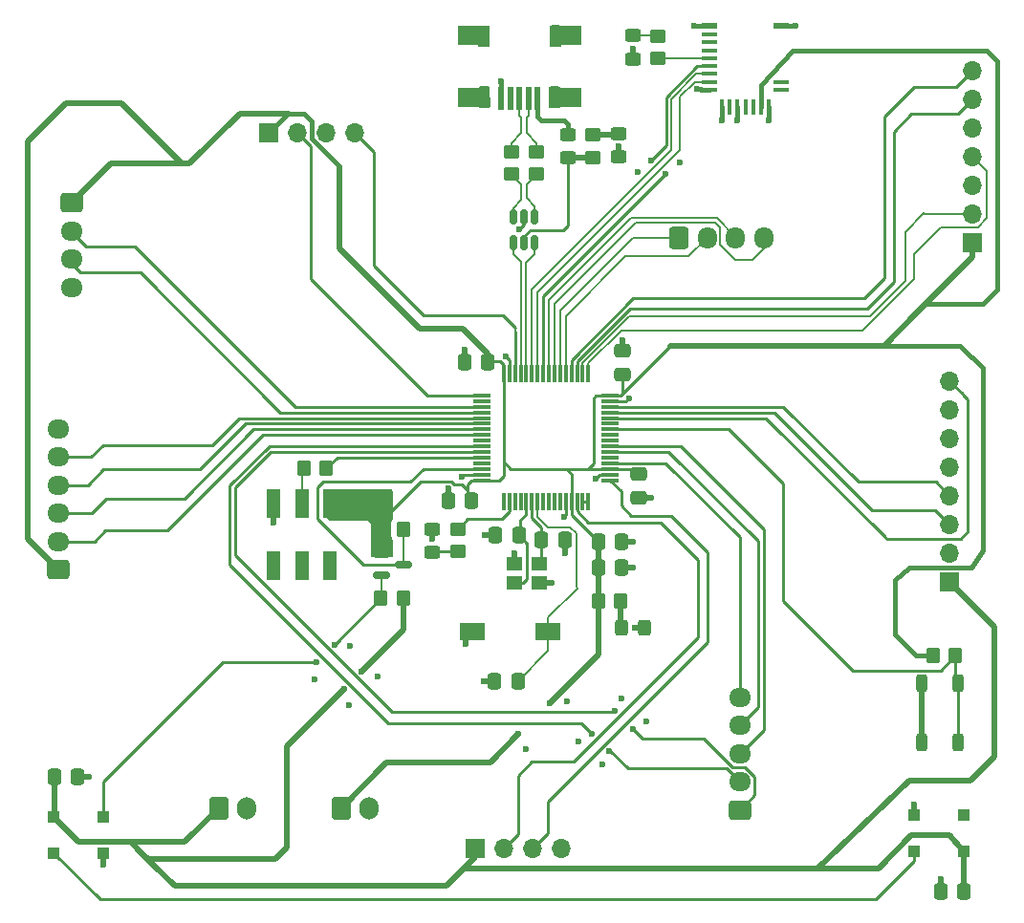
<source format=gbr>
%TF.GenerationSoftware,KiCad,Pcbnew,9.0.1*%
%TF.CreationDate,2025-05-06T13:04:28-06:00*%
%TF.ProjectId,2025_04_STM32F103_RobotBrain,32303235-5f30-4345-9f53-544d33324631,rev?*%
%TF.SameCoordinates,Original*%
%TF.FileFunction,Copper,L1,Top*%
%TF.FilePolarity,Positive*%
%FSLAX46Y46*%
G04 Gerber Fmt 4.6, Leading zero omitted, Abs format (unit mm)*
G04 Created by KiCad (PCBNEW 9.0.1) date 2025-05-06 13:04:28*
%MOMM*%
%LPD*%
G01*
G04 APERTURE LIST*
G04 Aperture macros list*
%AMRoundRect*
0 Rectangle with rounded corners*
0 $1 Rounding radius*
0 $2 $3 $4 $5 $6 $7 $8 $9 X,Y pos of 4 corners*
0 Add a 4 corners polygon primitive as box body*
4,1,4,$2,$3,$4,$5,$6,$7,$8,$9,$2,$3,0*
0 Add four circle primitives for the rounded corners*
1,1,$1+$1,$2,$3*
1,1,$1+$1,$4,$5*
1,1,$1+$1,$6,$7*
1,1,$1+$1,$8,$9*
0 Add four rect primitives between the rounded corners*
20,1,$1+$1,$2,$3,$4,$5,0*
20,1,$1+$1,$4,$5,$6,$7,0*
20,1,$1+$1,$6,$7,$8,$9,0*
20,1,$1+$1,$8,$9,$2,$3,0*%
G04 Aperture macros list end*
%TA.AperFunction,SMDPad,CuDef*%
%ADD10RoundRect,0.250000X-0.450000X0.350000X-0.450000X-0.350000X0.450000X-0.350000X0.450000X0.350000X0*%
%TD*%
%TA.AperFunction,SMDPad,CuDef*%
%ADD11RoundRect,0.075000X0.075000X-0.700000X0.075000X0.700000X-0.075000X0.700000X-0.075000X-0.700000X0*%
%TD*%
%TA.AperFunction,SMDPad,CuDef*%
%ADD12RoundRect,0.075000X0.700000X-0.075000X0.700000X0.075000X-0.700000X0.075000X-0.700000X-0.075000X0*%
%TD*%
%TA.AperFunction,SMDPad,CuDef*%
%ADD13RoundRect,0.250000X0.350000X0.450000X-0.350000X0.450000X-0.350000X-0.450000X0.350000X-0.450000X0*%
%TD*%
%TA.AperFunction,SMDPad,CuDef*%
%ADD14RoundRect,0.250000X0.450000X-0.350000X0.450000X0.350000X-0.450000X0.350000X-0.450000X-0.350000X0*%
%TD*%
%TA.AperFunction,SMDPad,CuDef*%
%ADD15RoundRect,0.250000X-0.337500X-0.475000X0.337500X-0.475000X0.337500X0.475000X-0.337500X0.475000X0*%
%TD*%
%TA.AperFunction,ComponentPad*%
%ADD16RoundRect,0.250000X-0.600000X-0.750000X0.600000X-0.750000X0.600000X0.750000X-0.600000X0.750000X0*%
%TD*%
%TA.AperFunction,ComponentPad*%
%ADD17O,1.700000X2.000000*%
%TD*%
%TA.AperFunction,ComponentPad*%
%ADD18R,1.700000X1.700000*%
%TD*%
%TA.AperFunction,ComponentPad*%
%ADD19O,1.700000X1.700000*%
%TD*%
%TA.AperFunction,ComponentPad*%
%ADD20RoundRect,0.250000X0.725000X-0.600000X0.725000X0.600000X-0.725000X0.600000X-0.725000X-0.600000X0*%
%TD*%
%TA.AperFunction,ComponentPad*%
%ADD21O,1.950000X1.700000*%
%TD*%
%TA.AperFunction,SMDPad,CuDef*%
%ADD22RoundRect,0.250000X0.450000X-0.325000X0.450000X0.325000X-0.450000X0.325000X-0.450000X-0.325000X0*%
%TD*%
%TA.AperFunction,SMDPad,CuDef*%
%ADD23RoundRect,0.150000X-0.587500X-0.150000X0.587500X-0.150000X0.587500X0.150000X-0.587500X0.150000X0*%
%TD*%
%TA.AperFunction,SMDPad,CuDef*%
%ADD24RoundRect,0.250000X-0.450000X0.325000X-0.450000X-0.325000X0.450000X-0.325000X0.450000X0.325000X0*%
%TD*%
%TA.AperFunction,SMDPad,CuDef*%
%ADD25RoundRect,0.250000X-0.350000X-0.450000X0.350000X-0.450000X0.350000X0.450000X-0.350000X0.450000X0*%
%TD*%
%TA.AperFunction,SMDPad,CuDef*%
%ADD26R,1.000000X1.000000*%
%TD*%
%TA.AperFunction,SMDPad,CuDef*%
%ADD27RoundRect,0.250000X0.337500X0.475000X-0.337500X0.475000X-0.337500X-0.475000X0.337500X-0.475000X0*%
%TD*%
%TA.AperFunction,ComponentPad*%
%ADD28RoundRect,0.250000X-0.725000X0.600000X-0.725000X-0.600000X0.725000X-0.600000X0.725000X0.600000X0*%
%TD*%
%TA.AperFunction,SMDPad,CuDef*%
%ADD29R,1.400000X0.600000*%
%TD*%
%TA.AperFunction,SMDPad,CuDef*%
%ADD30R,1.400000X0.400000*%
%TD*%
%TA.AperFunction,SMDPad,CuDef*%
%ADD31R,0.400000X1.400000*%
%TD*%
%TA.AperFunction,SMDPad,CuDef*%
%ADD32RoundRect,0.250000X-0.475000X0.337500X-0.475000X-0.337500X0.475000X-0.337500X0.475000X0.337500X0*%
%TD*%
%TA.AperFunction,SMDPad,CuDef*%
%ADD33RoundRect,0.150000X-0.150000X0.512500X-0.150000X-0.512500X0.150000X-0.512500X0.150000X0.512500X0*%
%TD*%
%TA.AperFunction,ComponentPad*%
%ADD34RoundRect,0.250000X-0.600000X-0.725000X0.600000X-0.725000X0.600000X0.725000X-0.600000X0.725000X0*%
%TD*%
%TA.AperFunction,ComponentPad*%
%ADD35O,1.700000X1.950000*%
%TD*%
%TA.AperFunction,SMDPad,CuDef*%
%ADD36R,1.400000X1.200000*%
%TD*%
%TA.AperFunction,SMDPad,CuDef*%
%ADD37R,2.300000X1.500000*%
%TD*%
%TA.AperFunction,SMDPad,CuDef*%
%ADD38RoundRect,0.250000X0.325000X0.450000X-0.325000X0.450000X-0.325000X-0.450000X0.325000X-0.450000X0*%
%TD*%
%TA.AperFunction,SMDPad,CuDef*%
%ADD39RoundRect,0.250000X0.475000X-0.337500X0.475000X0.337500X-0.475000X0.337500X-0.475000X-0.337500X0*%
%TD*%
%TA.AperFunction,SMDPad,CuDef*%
%ADD40RoundRect,0.250000X-0.250000X0.525000X-0.250000X-0.525000X0.250000X-0.525000X0.250000X0.525000X0*%
%TD*%
%TA.AperFunction,SMDPad,CuDef*%
%ADD41R,1.200000X2.500000*%
%TD*%
%TA.AperFunction,SMDPad,CuDef*%
%ADD42R,0.500000X2.000000*%
%TD*%
%TA.AperFunction,SMDPad,CuDef*%
%ADD43R,2.000000X1.700000*%
%TD*%
%TA.AperFunction,ViaPad*%
%ADD44C,0.600000*%
%TD*%
%TA.AperFunction,Conductor*%
%ADD45C,0.508000*%
%TD*%
%TA.AperFunction,Conductor*%
%ADD46C,0.254000*%
%TD*%
%TA.AperFunction,Conductor*%
%ADD47C,0.200000*%
%TD*%
%TA.AperFunction,Conductor*%
%ADD48C,0.381000*%
%TD*%
G04 APERTURE END LIST*
D10*
%TO.P,R2,1*%
%TO.N,/D+*%
X137680000Y-41715000D03*
%TO.P,R2,2*%
%TO.N,/USB_CONN_D+*%
X137680000Y-43715000D03*
%TD*%
D11*
%TO.P,U1,1,VBAT*%
%TO.N,unconnected-(U1-VBAT-Pad1)*%
X136990000Y-72760000D03*
%TO.P,U1,2,PC13*%
%TO.N,/USER_LED*%
X137490000Y-72760000D03*
%TO.P,U1,3,PC14*%
%TO.N,unconnected-(U1-PC14-Pad3)*%
X137990000Y-72760000D03*
%TO.P,U1,4,PC15*%
%TO.N,unconnected-(U1-PC15-Pad4)*%
X138490000Y-72760000D03*
%TO.P,U1,5,RCC_OSC_IN*%
%TO.N,/OSC_IN*%
X138990000Y-72760000D03*
%TO.P,U1,6,RCC_OSC_OUT*%
%TO.N,/OSC_OUT*%
X139490000Y-72760000D03*
%TO.P,U1,7,NRST*%
%TO.N,/RESET*%
X139990000Y-72760000D03*
%TO.P,U1,8,PC0*%
%TO.N,unconnected-(U1-PC0-Pad8)*%
X140490000Y-72760000D03*
%TO.P,U1,9,PC1*%
%TO.N,unconnected-(U1-PC1-Pad9)*%
X140990000Y-72760000D03*
%TO.P,U1,10,PC2*%
%TO.N,unconnected-(U1-PC2-Pad10)*%
X141490000Y-72760000D03*
%TO.P,U1,11,PC3*%
%TO.N,unconnected-(U1-PC3-Pad11)*%
X141990000Y-72760000D03*
%TO.P,U1,12,VSSA*%
%TO.N,GND*%
X142490000Y-72760000D03*
%TO.P,U1,13,VDDA*%
%TO.N,+3V3*%
X142990000Y-72760000D03*
%TO.P,U1,14,PA0*%
%TO.N,/ULTRA_TRIG*%
X143490000Y-72760000D03*
%TO.P,U1,15,PA1*%
%TO.N,Net-(U1-PA1)*%
X143990000Y-72760000D03*
%TO.P,U1,16,PA2*%
X144490000Y-72760000D03*
D12*
%TO.P,U1,17,PA3*%
%TO.N,/ULTRA_ECHO*%
X146415000Y-70835000D03*
%TO.P,U1,18,VSS*%
%TO.N,GND*%
X146415000Y-70335000D03*
%TO.P,U1,19,VDD*%
%TO.N,+3V3*%
X146415000Y-69835000D03*
%TO.P,U1,20,PA4*%
%TO.N,/PWR_ADC*%
X146415000Y-69335000D03*
%TO.P,U1,21,PA5*%
%TO.N,unconnected-(U1-PA5-Pad21)*%
X146415000Y-68835000D03*
%TO.P,U1,22,PA6*%
%TO.N,/E1B*%
X146415000Y-68335000D03*
%TO.P,U1,23,PA7*%
%TO.N,/E1A*%
X146415000Y-67835000D03*
%TO.P,U1,24,PC4*%
%TO.N,unconnected-(U1-PC4-Pad24)*%
X146415000Y-67335000D03*
%TO.P,U1,25,PC5*%
%TO.N,unconnected-(U1-PC5-Pad25)*%
X146415000Y-66835000D03*
%TO.P,U1,26,PB0*%
%TO.N,/uBUTTON*%
X146415000Y-66335000D03*
%TO.P,U1,27,PB1*%
%TO.N,unconnected-(U1-PB1-Pad27)*%
X146415000Y-65835000D03*
%TO.P,U1,28,PB2*%
%TO.N,/IMU_INT*%
X146415000Y-65335000D03*
%TO.P,U1,29,PB10*%
%TO.N,/IMU_I2C_SCL*%
X146415000Y-64835000D03*
%TO.P,U1,30,PB11*%
%TO.N,/IMU_I2C_SDA*%
X146415000Y-64335000D03*
%TO.P,U1,31,VSS*%
%TO.N,GND*%
X146415000Y-63835000D03*
%TO.P,U1,32,VDD*%
%TO.N,+3V3*%
X146415000Y-63335000D03*
D11*
%TO.P,U1,33,PB12*%
%TO.N,/PS2_CS*%
X144490000Y-61410000D03*
%TO.P,U1,34,PB13*%
%TO.N,/PS2_SCK*%
X143990000Y-61410000D03*
%TO.P,U1,35,PB14*%
%TO.N,/PS2_MISO*%
X143490000Y-61410000D03*
%TO.P,U1,36,PB15*%
%TO.N,/PS2_MOSI*%
X142990000Y-61410000D03*
%TO.P,U1,37,PC6*%
%TO.N,/AN1*%
X142490000Y-61410000D03*
%TO.P,U1,38,PC7*%
%TO.N,/AN2*%
X141990000Y-61410000D03*
%TO.P,U1,39,PC8*%
%TO.N,/BN1*%
X141490000Y-61410000D03*
%TO.P,U1,40,PC9*%
%TO.N,/BN2*%
X140990000Y-61410000D03*
%TO.P,U1,41,PA8*%
%TO.N,/BL_WAKEUP*%
X140490000Y-61410000D03*
%TO.P,U1,42,PA9*%
%TO.N,/BL_RX*%
X139990000Y-61410000D03*
%TO.P,U1,43,PA10*%
%TO.N,/BL_TX*%
X139490000Y-61410000D03*
%TO.P,U1,44,USB_DM*%
%TO.N,/USB_D-*%
X138990000Y-61410000D03*
%TO.P,U1,45,USB_DP*%
%TO.N,/USB_D+*%
X138490000Y-61410000D03*
%TO.P,U1,46,SYS_JTMS-SWDIO*%
%TO.N,/SWDIO*%
X137990000Y-61410000D03*
%TO.P,U1,47,VSS*%
%TO.N,GND*%
X137490000Y-61410000D03*
%TO.P,U1,48,VDD*%
%TO.N,+3V3*%
X136990000Y-61410000D03*
D12*
%TO.P,U1,49,SYS_JTCK-SWCLK*%
%TO.N,/SWCLK*%
X135065000Y-63335000D03*
%TO.P,U1,50,PA15*%
%TO.N,unconnected-(U1-PA15-Pad50)*%
X135065000Y-63835000D03*
%TO.P,U1,51,PC10*%
%TO.N,/USER_TX*%
X135065000Y-64335000D03*
%TO.P,U1,52,PC11*%
%TO.N,/USER_RX*%
X135065000Y-64835000D03*
%TO.P,U1,53,PC12*%
%TO.N,/X4*%
X135065000Y-65335000D03*
%TO.P,U1,54,PD2*%
%TO.N,/X3*%
X135065000Y-65835000D03*
%TO.P,U1,55,PB3*%
%TO.N,/X2*%
X135065000Y-66335000D03*
%TO.P,U1,56,PB4*%
%TO.N,/X1*%
X135065000Y-66835000D03*
%TO.P,U1,57,PB5*%
%TO.N,unconnected-(U1-PB5-Pad57)*%
X135065000Y-67335000D03*
%TO.P,U1,58,PB6*%
%TO.N,/E2B*%
X135065000Y-67835000D03*
%TO.P,U1,59,PB7*%
%TO.N,/E2A*%
X135065000Y-68335000D03*
%TO.P,U1,60,BOOT0*%
%TO.N,/BOOT*%
X135065000Y-68835000D03*
%TO.P,U1,61,PB8*%
%TO.N,unconnected-(U1-PB8-Pad61)*%
X135065000Y-69335000D03*
%TO.P,U1,62,PB9*%
%TO.N,/RGB_DIN*%
X135065000Y-69835000D03*
%TO.P,U1,63,VSS*%
%TO.N,GND*%
X135065000Y-70335000D03*
%TO.P,U1,64,VDD*%
%TO.N,+3V3*%
X135065000Y-70835000D03*
%TD*%
D13*
%TO.P,R9,1*%
%TO.N,+5V*%
X128117500Y-81300000D03*
%TO.P,R9,2*%
%TO.N,Net-(LED1-DIN)*%
X126117500Y-81300000D03*
%TD*%
D14*
%TO.P,R3,1*%
%TO.N,/USB_CONN_D-*%
X139860000Y-43735000D03*
%TO.P,R3,2*%
%TO.N,/D-*%
X139860000Y-41735000D03*
%TD*%
D15*
%TO.P,C12,1*%
%TO.N,+5V*%
X97200000Y-97150000D03*
%TO.P,C12,2*%
%TO.N,GND*%
X99275000Y-97150000D03*
%TD*%
D16*
%TO.P,J6,1,Pin_1*%
%TO.N,+3V3*%
X122580000Y-99900000D03*
D17*
%TO.P,J6,2,Pin_2*%
%TO.N,GND*%
X125080000Y-99900000D03*
%TD*%
D18*
%TO.P,J9,1,Pin_1*%
%TO.N,+3V3*%
X178500000Y-49800000D03*
D19*
%TO.P,J9,2,Pin_2*%
%TO.N,/PS2_SCK*%
X178500000Y-47260000D03*
%TO.P,J9,3,Pin_3*%
%TO.N,unconnected-(J9-Pin_3-Pad3)*%
X178500000Y-44720000D03*
%TO.P,J9,4,Pin_4*%
%TO.N,/PS2_CS*%
X178500000Y-42180000D03*
%TO.P,J9,5,Pin_5*%
%TO.N,GND*%
X178500000Y-39640000D03*
%TO.P,J9,6,Pin_6*%
%TO.N,/PS2_MISO*%
X178500000Y-37100000D03*
%TO.P,J9,7,Pin_7*%
%TO.N,/PS2_MOSI*%
X178500000Y-34560000D03*
%TD*%
D20*
%TO.P,J8,1,Pin_1*%
%TO.N,/E2A*%
X157890000Y-100070000D03*
D21*
%TO.P,J8,2,Pin_2*%
%TO.N,/E2B*%
X157890000Y-97570000D03*
%TO.P,J8,3,Pin_3*%
%TO.N,/E1A*%
X157890000Y-95070000D03*
%TO.P,J8,4,Pin_4*%
%TO.N,/E1B*%
X157890000Y-92570000D03*
%TO.P,J8,5,Pin_5*%
%TO.N,/PWR_ADC*%
X157890000Y-90070000D03*
%TD*%
D18*
%TO.P,J2,1,Pin_1*%
%TO.N,+5V*%
X176465000Y-79835000D03*
D19*
%TO.P,J2,2,Pin_2*%
%TO.N,GND*%
X176465000Y-77295000D03*
%TO.P,J2,3,Pin_3*%
%TO.N,/IMU_I2C_SCL*%
X176465000Y-74755000D03*
%TO.P,J2,4,Pin_4*%
%TO.N,/IMU_I2C_SDA*%
X176465000Y-72215000D03*
%TO.P,J2,5,Pin_5*%
%TO.N,unconnected-(J2-Pin_5-Pad5)*%
X176465000Y-69675000D03*
%TO.P,J2,6,Pin_6*%
%TO.N,unconnected-(J2-Pin_6-Pad6)*%
X176465000Y-67135000D03*
%TO.P,J2,7,Pin_7*%
%TO.N,unconnected-(J2-Pin_7-Pad7)*%
X176465000Y-64595000D03*
%TO.P,J2,8,Pin_8*%
%TO.N,/IMU_INT*%
X176465000Y-62055000D03*
%TD*%
D22*
%TO.P,D4,1,K*%
%TO.N,GND*%
X148410000Y-33500000D03*
%TO.P,D4,2,A*%
%TO.N,Net-(D4-A)*%
X148410000Y-31450000D03*
%TD*%
D23*
%TO.P,Q1,1,G*%
%TO.N,+3V3*%
X126210000Y-77360000D03*
%TO.P,Q1,2,S*%
%TO.N,Net-(LED1-DIN)*%
X126210000Y-79260000D03*
%TO.P,Q1,3,D*%
%TO.N,/RGB_DIN*%
X128085000Y-78310000D03*
%TD*%
D24*
%TO.P,D3,1,K*%
%TO.N,GND*%
X130690000Y-75155000D03*
%TO.P,D3,2,A*%
%TO.N,Net-(D3-A)*%
X130690000Y-77205000D03*
%TD*%
D25*
%TO.P,R5,1*%
%TO.N,+3V3*%
X145347500Y-81570000D03*
%TO.P,R5,2*%
%TO.N,Net-(D2-A)*%
X147347500Y-81570000D03*
%TD*%
D26*
%TO.P,LED1,1,VDD*%
%TO.N,+5V*%
X97150000Y-100700000D03*
%TO.P,LED1,2,DOUT*%
%TO.N,Net-(LED1-DOUT)*%
X97150000Y-103900000D03*
%TO.P,LED1,3,VSS*%
%TO.N,GND*%
X101550000Y-103900000D03*
%TO.P,LED1,4,DIN*%
%TO.N,Net-(LED1-DIN)*%
X101550000Y-100700000D03*
%TD*%
D24*
%TO.P,F1,1*%
%TO.N,Net-(J1-VBUS)*%
X142670000Y-40210000D03*
%TO.P,F1,2*%
%TO.N,Vusb*%
X142670000Y-42260000D03*
%TD*%
D27*
%TO.P,C9,1*%
%TO.N,/OSC_IN*%
X138337500Y-75730000D03*
%TO.P,C9,2*%
%TO.N,GND*%
X136262500Y-75730000D03*
%TD*%
D13*
%TO.P,R10,1*%
%TO.N,/RGB_DIN*%
X128117500Y-75210000D03*
%TO.P,R10,2*%
%TO.N,+3V3*%
X126117500Y-75210000D03*
%TD*%
D18*
%TO.P,J4,1,Pin_1*%
%TO.N,+3V3*%
X116160000Y-40040000D03*
D19*
%TO.P,J4,2,Pin_2*%
%TO.N,/SWCLK*%
X118700000Y-40040000D03*
%TO.P,J4,3,Pin_3*%
%TO.N,GND*%
X121240000Y-40040000D03*
%TO.P,J4,4,Pin_4*%
%TO.N,/SWDIO*%
X123780000Y-40040000D03*
%TD*%
D25*
%TO.P,R8,1*%
%TO.N,+3V3*%
X175000000Y-86410000D03*
%TO.P,R8,2*%
%TO.N,/uBUTTON*%
X177000000Y-86410000D03*
%TD*%
D28*
%TO.P,J11,1,Pin_1*%
%TO.N,+3V3*%
X98720000Y-46270000D03*
D21*
%TO.P,J11,2,Pin_2*%
%TO.N,/USER_TX*%
X98720000Y-48770000D03*
%TO.P,J11,3,Pin_3*%
%TO.N,/USER_RX*%
X98720000Y-51270000D03*
%TO.P,J11,4,Pin_4*%
%TO.N,GND*%
X98720000Y-53770000D03*
%TD*%
D29*
%TO.P,MDBT42T-AT1,1,GND@1*%
%TO.N,GND*%
X155200000Y-30540000D03*
D30*
%TO.P,MDBT42T-AT1,2,NC@2*%
%TO.N,unconnected-(MDBT42T-AT1-NC@2-Pad2)*%
X155200000Y-31340000D03*
%TO.P,MDBT42T-AT1,3,NC@3*%
%TO.N,unconnected-(MDBT42T-AT1-NC@3-Pad3)*%
X155200000Y-32040000D03*
%TO.P,MDBT42T-AT1,4,RESET*%
%TO.N,unconnected-(MDBT42T-AT1-RESET-Pad4)*%
X155200000Y-32740000D03*
%TO.P,MDBT42T-AT1,5,INDICATOR*%
%TO.N,Net-(MDBT42T-AT1-INDICATOR)*%
X155200000Y-33440000D03*
%TO.P,MDBT42T-AT1,6,WAKEUP*%
%TO.N,/BL_WAKEUP*%
X155200000Y-34140000D03*
%TO.P,MDBT42T-AT1,7,TX*%
%TO.N,/BL_TX*%
X155200000Y-34840000D03*
%TO.P,MDBT42T-AT1,8,RX*%
%TO.N,/BL_RX*%
X155200000Y-35540000D03*
%TO.P,MDBT42T-AT1,9,UART_PD*%
%TO.N,GND*%
X155200000Y-36240000D03*
D31*
%TO.P,MDBT42T-AT1,10,GND@10*%
X156300000Y-37740000D03*
%TO.P,MDBT42T-AT1,11,ADC*%
%TO.N,unconnected-(MDBT42T-AT1-ADC-Pad11)*%
X157000000Y-37740000D03*
%TO.P,MDBT42T-AT1,12,FLASH_DEFAULT*%
%TO.N,GND*%
X157700000Y-37740000D03*
%TO.P,MDBT42T-AT1,13,RTS/XL2*%
%TO.N,unconnected-(MDBT42T-AT1-RTS{slash}XL2-Pad13)*%
X158400000Y-37740000D03*
%TO.P,MDBT42T-AT1,14,CTS/XL1*%
%TO.N,unconnected-(MDBT42T-AT1-CTS{slash}XL1-Pad14)*%
X159100000Y-37740000D03*
%TO.P,MDBT42T-AT1,15,VDD*%
%TO.N,+3V3*%
X159800000Y-37740000D03*
%TO.P,MDBT42T-AT1,16,GND@16*%
%TO.N,GND*%
X160500000Y-37740000D03*
D30*
%TO.P,MDBT42T-AT1,17,DCC*%
%TO.N,unconnected-(MDBT42T-AT1-DCC-Pad17)*%
X161600000Y-36240000D03*
%TO.P,MDBT42T-AT1,18,DEC4*%
%TO.N,unconnected-(MDBT42T-AT1-DEC4-Pad18)*%
X161600000Y-35540000D03*
D29*
%TO.P,MDBT42T-AT1,19,GND@19*%
%TO.N,GND*%
X161600000Y-30540000D03*
%TD*%
D27*
%TO.P,C2,1*%
%TO.N,+3V3*%
X135577500Y-60340000D03*
%TO.P,C2,2*%
%TO.N,GND*%
X133502500Y-60340000D03*
%TD*%
D10*
%TO.P,R6,1*%
%TO.N,/USER_LED*%
X132960000Y-75150000D03*
%TO.P,R6,2*%
%TO.N,Net-(D3-A)*%
X132960000Y-77150000D03*
%TD*%
D14*
%TO.P,R7,1*%
%TO.N,Net-(MDBT42T-AT1-INDICATOR)*%
X150640000Y-33475000D03*
%TO.P,R7,2*%
%TO.N,Net-(D4-A)*%
X150640000Y-31475000D03*
%TD*%
D32*
%TO.P,C4,1*%
%TO.N,+3V3*%
X148960000Y-70302500D03*
%TO.P,C4,2*%
%TO.N,GND*%
X148960000Y-72377500D03*
%TD*%
D33*
%TO.P,U2,1,I/O1*%
%TO.N,/USB_CONN_D-*%
X139730000Y-47510000D03*
%TO.P,U2,2,GND*%
%TO.N,GND*%
X138780000Y-47510000D03*
%TO.P,U2,3,I/O2*%
%TO.N,/USB_CONN_D+*%
X137830000Y-47510000D03*
%TO.P,U2,4,I/O2*%
%TO.N,/USB_D+*%
X137830000Y-49785000D03*
%TO.P,U2,5,VBUS*%
%TO.N,Vusb*%
X138780000Y-49785000D03*
%TO.P,U2,6,I/O1*%
%TO.N,/USB_D-*%
X139730000Y-49785000D03*
%TD*%
D15*
%TO.P,C5,1*%
%TO.N,+3V3*%
X145352500Y-76290000D03*
%TO.P,C5,2*%
%TO.N,GND*%
X147427500Y-76290000D03*
%TD*%
D18*
%TO.P,J3,1,Pin_1*%
%TO.N,+5V*%
X134460000Y-103485000D03*
D19*
%TO.P,J3,2,Pin_2*%
%TO.N,/ULTRA_TRIG*%
X137000000Y-103485000D03*
%TO.P,J3,3,Pin_3*%
%TO.N,/ULTRA_ECHO*%
X139540000Y-103485000D03*
%TO.P,J3,4,Pin_4*%
%TO.N,GND*%
X142080000Y-103485000D03*
%TD*%
D34*
%TO.P,J7,1,Pin_1*%
%TO.N,/AN2*%
X152510000Y-49370000D03*
D35*
%TO.P,J7,2,Pin_2*%
%TO.N,/AN1*%
X155010000Y-49370000D03*
%TO.P,J7,3,Pin_3*%
%TO.N,/BN2*%
X157510000Y-49370000D03*
%TO.P,J7,4,Pin_4*%
%TO.N,/BN1*%
X160010000Y-49370000D03*
%TD*%
D36*
%TO.P,Y2,1,1*%
%TO.N,/OSC_IN*%
X137952500Y-79920000D03*
%TO.P,Y2,2,2*%
%TO.N,GND*%
X140152500Y-79920000D03*
%TO.P,Y2,3,3*%
%TO.N,/OSC_OUT*%
X140152500Y-78220000D03*
%TO.P,Y2,4,4*%
%TO.N,GND*%
X137952500Y-78220000D03*
%TD*%
D37*
%TO.P,SW1,1,A*%
%TO.N,GND*%
X134220000Y-84280000D03*
%TO.P,SW1,2,B*%
%TO.N,/RESET*%
X140920000Y-84280000D03*
%TD*%
D15*
%TO.P,C6,1*%
%TO.N,+3V3*%
X145352500Y-78580000D03*
%TO.P,C6,2*%
%TO.N,GND*%
X147427500Y-78580000D03*
%TD*%
D16*
%TO.P,J5,1,Pin_1*%
%TO.N,+5V*%
X111750000Y-99875000D03*
D17*
%TO.P,J5,2,Pin_2*%
%TO.N,GND*%
X114250000Y-99875000D03*
%TD*%
D38*
%TO.P,D2,1,K*%
%TO.N,GND*%
X149492500Y-83950000D03*
%TO.P,D2,2,A*%
%TO.N,Net-(D2-A)*%
X147442500Y-83950000D03*
%TD*%
D27*
%TO.P,C1,1*%
%TO.N,+3V3*%
X134137500Y-72690000D03*
%TO.P,C1,2*%
%TO.N,GND*%
X132062500Y-72690000D03*
%TD*%
D26*
%TO.P,LED2,1,VDD*%
%TO.N,+5V*%
X177760000Y-103740000D03*
%TO.P,LED2,2,DOUT*%
%TO.N,unconnected-(LED2-DOUT-Pad2)*%
X177760000Y-100540000D03*
%TO.P,LED2,3,VSS*%
%TO.N,GND*%
X173360000Y-100540000D03*
%TO.P,LED2,4,DIN*%
%TO.N,Net-(LED1-DOUT)*%
X173360000Y-103740000D03*
%TD*%
D15*
%TO.P,C8,1*%
%TO.N,/OSC_OUT*%
X140312500Y-76140000D03*
%TO.P,C8,2*%
%TO.N,GND*%
X142387500Y-76140000D03*
%TD*%
D13*
%TO.P,R1,1*%
%TO.N,/BOOT*%
X121300000Y-69810000D03*
%TO.P,R1,2*%
%TO.N,Net-(R1-Pad2)*%
X119300000Y-69810000D03*
%TD*%
D20*
%TO.P,J10,1,Pin_1*%
%TO.N,+3V3*%
X97510000Y-78760000D03*
D21*
%TO.P,J10,2,Pin_2*%
%TO.N,/X1*%
X97510000Y-76260000D03*
%TO.P,J10,3,Pin_3*%
%TO.N,/X2*%
X97510000Y-73760000D03*
%TO.P,J10,4,Pin_4*%
%TO.N,/X3*%
X97510000Y-71260000D03*
%TO.P,J10,5,Pin_5*%
%TO.N,/X4*%
X97510000Y-68760000D03*
%TO.P,J10,6,Pin_6*%
%TO.N,GND*%
X97510000Y-66260000D03*
%TD*%
D39*
%TO.P,C3,1*%
%TO.N,+3V3*%
X147470000Y-61457500D03*
%TO.P,C3,2*%
%TO.N,GND*%
X147470000Y-59382500D03*
%TD*%
D40*
%TO.P,SW2,1,A*%
%TO.N,/uBUTTON*%
X177200000Y-88835000D03*
X177200000Y-94085000D03*
%TO.P,SW2,2,B*%
%TO.N,GND*%
X174000000Y-88835000D03*
X174000000Y-94085000D03*
%TD*%
D22*
%TO.P,D1,1,K*%
%TO.N,GND*%
X147160000Y-42210000D03*
%TO.P,D1,2,A*%
%TO.N,Net-(D1-A)*%
X147160000Y-40160000D03*
%TD*%
D41*
%TO.P,S1,1*%
%TO.N,+3V3*%
X121610000Y-72880000D03*
%TO.P,S1,2*%
%TO.N,Net-(R1-Pad2)*%
X119110000Y-72880000D03*
%TO.P,S1,3*%
%TO.N,GND*%
X116610000Y-72880000D03*
%TO.P,S1,4*%
%TO.N,unconnected-(S1-Pad4)*%
X121610000Y-78380000D03*
%TO.P,S1,5*%
%TO.N,unconnected-(S1-Pad5)*%
X119110000Y-78380000D03*
%TO.P,S1,6*%
%TO.N,unconnected-(S1-Pad6)*%
X116610000Y-78380000D03*
%TD*%
D27*
%TO.P,C11,1*%
%TO.N,+5V*%
X177747500Y-107320000D03*
%TO.P,C11,2*%
%TO.N,GND*%
X175672500Y-107320000D03*
%TD*%
D42*
%TO.P,J1,1,VBUS*%
%TO.N,Net-(J1-VBUS)*%
X139980000Y-37000000D03*
%TO.P,J1,2,D-*%
%TO.N,/D-*%
X139180000Y-37000000D03*
%TO.P,J1,3,D+*%
%TO.N,/D+*%
X138380000Y-37000000D03*
%TO.P,J1,4,ID*%
%TO.N,unconnected-(J1-ID-Pad4)*%
X137580000Y-37000000D03*
%TO.P,J1,5,GND*%
%TO.N,GND*%
X136780000Y-37000000D03*
D43*
%TO.P,J1,6,Shield*%
X142830000Y-36900000D03*
X142830000Y-31450000D03*
X133930000Y-36900000D03*
X133930000Y-31450000D03*
%TD*%
D27*
%TO.P,C7,1*%
%TO.N,/RESET*%
X138247500Y-88630000D03*
%TO.P,C7,2*%
%TO.N,GND*%
X136172500Y-88630000D03*
%TD*%
D14*
%TO.P,R4,1*%
%TO.N,Vusb*%
X144880000Y-42215000D03*
%TO.P,R4,2*%
%TO.N,Net-(D1-A)*%
X144880000Y-40215000D03*
%TD*%
D44*
%TO.N,GND*%
X123350000Y-85550001D03*
X120250000Y-88450001D03*
X123250000Y-90750001D03*
X125800000Y-88200001D03*
%TO.N,+5V*%
X124400000Y-87800001D03*
X122856644Y-89343356D03*
%TO.N,Net-(LED1-DIN)*%
X121993356Y-85406644D03*
X120400000Y-87000001D03*
%TO.N,GND*%
X138950000Y-94650001D03*
X142600000Y-90450001D03*
%TO.N,+3V3*%
X141050000Y-90600001D03*
X138300000Y-93300001D03*
%TO.N,GND*%
X145750000Y-96000001D03*
X143600000Y-93950001D03*
X149600000Y-92250001D03*
X148850000Y-43500000D03*
X135300000Y-31060000D03*
X135310000Y-31970000D03*
X138320000Y-48630000D03*
X101550000Y-104940000D03*
X136780000Y-35480000D03*
X137200000Y-59890000D03*
X135310000Y-36460000D03*
X100250000Y-97140000D03*
X148430000Y-76280000D03*
X133260000Y-70570000D03*
X160490000Y-38990000D03*
X156300000Y-38970000D03*
X135310000Y-75730000D03*
X147400000Y-90200001D03*
X141240000Y-79920000D03*
X116610000Y-74610000D03*
X162820000Y-30550000D03*
X150070000Y-72380000D03*
X174000000Y-92900000D03*
X132070000Y-71580000D03*
X133640000Y-85390000D03*
X141410000Y-36420000D03*
X145110000Y-70690000D03*
X173350000Y-99580000D03*
X152600000Y-42700000D03*
X153880000Y-30560000D03*
X148580000Y-83950000D03*
X135220000Y-88640000D03*
X141420000Y-37150000D03*
X141430000Y-31900000D03*
X141430000Y-31090000D03*
X157700000Y-38950000D03*
X175680000Y-106180000D03*
X148460000Y-78570000D03*
X137960000Y-77270000D03*
X148070000Y-63560000D03*
X148400000Y-32585000D03*
X154100000Y-36200000D03*
X130690000Y-76070000D03*
X133510000Y-59260000D03*
X142390000Y-77290000D03*
X173990000Y-90010000D03*
X142300000Y-74080000D03*
X147470000Y-58420000D03*
X135310000Y-37250000D03*
X147170000Y-41280000D03*
%TO.N,/BL_WAKEUP*%
X151324265Y-43724265D03*
X150075735Y-42475735D03*
%TO.N,/E2A*%
X146806644Y-91306644D03*
X148450000Y-92900001D03*
%TO.N,/E2B*%
X146293354Y-94793358D03*
X144779644Y-93306644D03*
%TD*%
D45*
%TO.N,+5V*%
X105500000Y-104400000D02*
X104700000Y-103600000D01*
X116800000Y-104400000D02*
X105500000Y-104400000D01*
X117800000Y-94400000D02*
X117800000Y-103400000D01*
X122856644Y-89343356D02*
X117800000Y-94400000D01*
X124400000Y-87800000D02*
X124400000Y-87800001D01*
X128117500Y-84082500D02*
X124400000Y-87800000D01*
X117800000Y-103400000D02*
X116800000Y-104400000D01*
D46*
%TO.N,Net-(LED1-DIN)*%
X126100000Y-81300000D02*
X126117500Y-81300000D01*
X121993356Y-85406644D02*
X126100000Y-81300000D01*
X112099999Y-87000001D02*
X120400000Y-87000001D01*
X109000000Y-90100000D02*
X112099999Y-87000001D01*
%TO.N,/E2B*%
X126750000Y-92350000D02*
X143823000Y-92350000D01*
X112745000Y-78345000D02*
X126750000Y-92350000D01*
X112745000Y-71311533D02*
X112745000Y-78345000D01*
X143823000Y-92350000D02*
X144779644Y-93306644D01*
X135065000Y-67835000D02*
X116221532Y-67835000D01*
X116221532Y-67835000D02*
X112745000Y-71311533D01*
%TO.N,/E2A*%
X127100000Y-91400000D02*
X146713288Y-91400000D01*
X113200000Y-77500000D02*
X127100000Y-91400000D01*
X116365000Y-68335000D02*
X113200000Y-71500000D01*
X113200000Y-71500000D02*
X113200000Y-77500000D01*
X146713288Y-91400000D02*
X146806644Y-91306644D01*
X135065000Y-68335000D02*
X116365000Y-68335000D01*
D45*
%TO.N,+3V3*%
X145347500Y-86302501D02*
X145347500Y-81570000D01*
X141050000Y-90600001D02*
X145347500Y-86302501D01*
X138300000Y-93350001D02*
X138300000Y-93300001D01*
X135800000Y-95850001D02*
X138300000Y-93350001D01*
X126629999Y-95850001D02*
X135800000Y-95850001D01*
X122580000Y-99900000D02*
X126629999Y-95850001D01*
D46*
%TO.N,/E2B*%
X156720000Y-96400000D02*
X157890000Y-97570000D01*
X148000000Y-96400000D02*
X156720000Y-96400000D01*
X146393358Y-94793358D02*
X148000000Y-96400000D01*
X146293354Y-94793358D02*
X146393358Y-94793358D01*
%TO.N,/E2A*%
X159193000Y-98767000D02*
X157890000Y-100070000D01*
X159193000Y-97082056D02*
X159193000Y-98767000D01*
X158358944Y-96248000D02*
X159193000Y-97082056D01*
X149249999Y-93700000D02*
X154663468Y-93700000D01*
X154663468Y-93700000D02*
X157211468Y-96248000D01*
X157211468Y-96248000D02*
X158358944Y-96248000D01*
X148450000Y-92900001D02*
X149249999Y-93700000D01*
D47*
%TO.N,/PS2_SCK*%
X174200000Y-47200000D02*
X174260000Y-47260000D01*
X143990000Y-61410000D02*
X143990000Y-60435076D01*
X143990000Y-60435076D02*
X148112538Y-56312538D01*
X172560000Y-48840000D02*
X174200000Y-47200000D01*
X148112538Y-56312538D02*
X169447462Y-56312538D01*
X169447462Y-56312538D02*
X172560000Y-53200000D01*
X174260000Y-47260000D02*
X178500000Y-47260000D01*
X172560000Y-53200000D02*
X172560000Y-48840000D01*
D46*
%TO.N,/PS2_MISO*%
X171550000Y-53250000D02*
X171550000Y-39950000D01*
X148219793Y-55600000D02*
X143490000Y-60329793D01*
X171550000Y-39950000D02*
X173100000Y-38400000D01*
X169200000Y-55600000D02*
X148219793Y-55600000D01*
X143490000Y-60329793D02*
X143490000Y-61410000D01*
X173100000Y-38400000D02*
X177200000Y-38400000D01*
X171550000Y-53250000D02*
X169200000Y-55600000D01*
X177200000Y-38400000D02*
X178500000Y-37100000D01*
D47*
%TO.N,/PS2_CS*%
X179800000Y-47587760D02*
X178976760Y-48411000D01*
X178976760Y-48411000D02*
X175689000Y-48411000D01*
X144490000Y-60502176D02*
X144490000Y-61410000D01*
X173300000Y-50800000D02*
X173300000Y-53027100D01*
X173300000Y-53027100D02*
X168727100Y-57600000D01*
X179800000Y-43480000D02*
X179800000Y-47587760D01*
X168727100Y-57600000D02*
X147392176Y-57600000D01*
X147392176Y-57600000D02*
X144490000Y-60502176D01*
X178500000Y-42180000D02*
X179800000Y-43480000D01*
X175689000Y-48411000D02*
X173300000Y-50800000D01*
D46*
%TO.N,/PS2_MOSI*%
X142990000Y-60186326D02*
X142990000Y-61410000D01*
X178500000Y-34560000D02*
X177060000Y-36000000D01*
X170700000Y-38600000D02*
X170700000Y-52900000D01*
X177060000Y-36000000D02*
X173300000Y-36000000D01*
X173300000Y-36000000D02*
X170700000Y-38600000D01*
X170700000Y-52900000D02*
X168900000Y-54700000D01*
X148476326Y-54700000D02*
X142990000Y-60186326D01*
X168900000Y-54700000D02*
X148476326Y-54700000D01*
%TO.N,Net-(U1-PA1)*%
X143990000Y-72760000D02*
X144490000Y-72760000D01*
%TO.N,/X4*%
X100440000Y-68760000D02*
X101500000Y-67700000D01*
X97510000Y-68760000D02*
X100440000Y-68760000D01*
X111200000Y-67700000D02*
X113565000Y-65335000D01*
X101500000Y-67700000D02*
X111200000Y-67700000D01*
X113565000Y-65335000D02*
X135065000Y-65335000D01*
%TO.N,/X3*%
X101500000Y-69900000D02*
X100140000Y-71260000D01*
X114165000Y-65835000D02*
X110100000Y-69900000D01*
X100140000Y-71260000D02*
X97510000Y-71260000D01*
X110100000Y-69900000D02*
X101500000Y-69900000D01*
X135065000Y-65835000D02*
X114165000Y-65835000D01*
X97510000Y-71190000D02*
X97510000Y-71260000D01*
%TO.N,/X1*%
X100740000Y-76260000D02*
X97510000Y-76260000D01*
X115665000Y-66835000D02*
X107200000Y-75300000D01*
X135065000Y-66835000D02*
X115665000Y-66835000D01*
X107200000Y-75300000D02*
X101700000Y-75300000D01*
X101700000Y-75300000D02*
X100740000Y-76260000D01*
%TO.N,/X2*%
X108700000Y-72500000D02*
X101800000Y-72500000D01*
X100540000Y-73760000D02*
X97510000Y-73760000D01*
X101800000Y-72500000D02*
X100540000Y-73760000D01*
X114865000Y-66335000D02*
X108700000Y-72500000D01*
X135065000Y-66335000D02*
X114865000Y-66335000D01*
%TO.N,/USER_TX*%
X135065000Y-64335000D02*
X118535000Y-64335000D01*
X98720000Y-48820000D02*
X98720000Y-48770000D01*
X118535000Y-64335000D02*
X104300000Y-50100000D01*
X104300000Y-50100000D02*
X100000000Y-50100000D01*
X100000000Y-50100000D02*
X98720000Y-48820000D01*
%TO.N,/USER_RX*%
X98720000Y-51620000D02*
X98720000Y-51270000D01*
X99500000Y-52400000D02*
X98720000Y-51620000D01*
X117235000Y-64835000D02*
X104800000Y-52400000D01*
X104800000Y-52400000D02*
X99500000Y-52400000D01*
X135065000Y-64835000D02*
X117235000Y-64835000D01*
D47*
%TO.N,/RESET*%
X140920000Y-82980000D02*
X143500000Y-80400000D01*
X140920000Y-84280000D02*
X140920000Y-82980000D01*
X143400000Y-80300000D02*
X143400000Y-75553840D01*
X139990000Y-74090000D02*
X139990000Y-72760000D01*
X140920000Y-85957500D02*
X138247500Y-88630000D01*
X143500000Y-80400000D02*
X143400000Y-80300000D01*
X143400000Y-75553840D02*
X142846160Y-75000000D01*
X142846160Y-75000000D02*
X140900000Y-75000000D01*
X140900000Y-75000000D02*
X139990000Y-74090000D01*
X140920000Y-84280000D02*
X140920000Y-85957500D01*
D45*
%TO.N,+3V3*%
X178500000Y-51100000D02*
X173600000Y-56000000D01*
D46*
X129675500Y-70952000D02*
X126117500Y-74510000D01*
X147295000Y-63335000D02*
X147470000Y-63160000D01*
D48*
X117950000Y-38350000D02*
X119300000Y-38350000D01*
D46*
X133780000Y-71210000D02*
X133780000Y-71700000D01*
D48*
X180700000Y-53900000D02*
X179400000Y-55200000D01*
D45*
X133393750Y-57431250D02*
X135577500Y-59615000D01*
X145352500Y-78580000D02*
X145352500Y-76290000D01*
D46*
X135647500Y-60270000D02*
X135577500Y-60340000D01*
D45*
X173600000Y-56000000D02*
X170700000Y-58900000D01*
D46*
X148492500Y-69835000D02*
X148960000Y-70302500D01*
D48*
X178450000Y-78550000D02*
X172900000Y-78550000D01*
D46*
X126117500Y-74510000D02*
X126117500Y-75210000D01*
D48*
X162600000Y-32750000D02*
X159800000Y-35784000D01*
D46*
X147470000Y-63160000D02*
X147470000Y-61457500D01*
D48*
X117850000Y-38350000D02*
X116160000Y-40040000D01*
D46*
X142990000Y-72760000D02*
X142990000Y-70305000D01*
X133298000Y-71198000D02*
X132576127Y-71198000D01*
D48*
X119300000Y-38350000D02*
X119950000Y-39000000D01*
X170700000Y-58900000D02*
X177400000Y-58900000D01*
D45*
X108500000Y-42800000D02*
X109150000Y-42800000D01*
X170700000Y-58900000D02*
X151730000Y-58900000D01*
D46*
X142990000Y-70305000D02*
X142520000Y-69835000D01*
D45*
X94800000Y-40800000D02*
X98200000Y-37400000D01*
X129531250Y-57431250D02*
X133393750Y-57431250D01*
D48*
X177400000Y-58900000D02*
X179400000Y-60900000D01*
D45*
X102190000Y-42800000D02*
X98720000Y-46270000D01*
D48*
X179400000Y-60900000D02*
X179400000Y-77050000D01*
X171600000Y-79700000D02*
X171600000Y-84500000D01*
D45*
X113600000Y-38350000D02*
X117950000Y-38350000D01*
D46*
X136660000Y-60270000D02*
X135647500Y-60270000D01*
D48*
X171600000Y-84500000D02*
X173510000Y-86410000D01*
D46*
X136990000Y-61410000D02*
X136990000Y-60600000D01*
D48*
X119950000Y-40556730D02*
X122418000Y-43024730D01*
D45*
X122418000Y-43024730D02*
X122418000Y-50318000D01*
D46*
X144930000Y-69385000D02*
X144480000Y-69835000D01*
X142990000Y-73927500D02*
X145352500Y-76290000D01*
X133298000Y-71218000D02*
X133298000Y-71198000D01*
D45*
X122418000Y-50318000D02*
X129531250Y-57431250D01*
D46*
X145155000Y-63335000D02*
X144930000Y-63560000D01*
X133780000Y-71700000D02*
X133780000Y-72332500D01*
X136990000Y-60600000D02*
X136660000Y-60270000D01*
X133780000Y-72332500D02*
X134137500Y-72690000D01*
D48*
X179400000Y-55200000D02*
X174400000Y-55200000D01*
D46*
X144480000Y-69835000D02*
X142520000Y-69835000D01*
X144930000Y-63560000D02*
X144930000Y-69385000D01*
D48*
X180700000Y-33700000D02*
X180700000Y-53900000D01*
D45*
X109150000Y-42800000D02*
X113600000Y-38350000D01*
D46*
X137615000Y-69835000D02*
X136990000Y-69210000D01*
D45*
X103100000Y-37400000D02*
X108500000Y-42800000D01*
D48*
X119950000Y-39000000D02*
X119950000Y-40556730D01*
D46*
X136990000Y-69210000D02*
X136990000Y-61410000D01*
X126117500Y-77267500D02*
X126210000Y-77360000D01*
X142990000Y-72760000D02*
X142990000Y-73927500D01*
D45*
X178500000Y-49800000D02*
X178500000Y-51100000D01*
D46*
X132330127Y-70952000D02*
X129675500Y-70952000D01*
D45*
X145347500Y-78585000D02*
X145352500Y-78580000D01*
D48*
X179800000Y-32750000D02*
X180700000Y-33700000D01*
D45*
X98200000Y-37400000D02*
X103100000Y-37400000D01*
X145347500Y-81570000D02*
X145347500Y-78585000D01*
X94800000Y-76050000D02*
X94800000Y-40800000D01*
D46*
X136990000Y-69210000D02*
X136990000Y-70450000D01*
D45*
X97510000Y-78760000D02*
X94800000Y-76050000D01*
D46*
X173600000Y-56000000D02*
X174400000Y-55200000D01*
X132576127Y-71198000D02*
X132330127Y-70952000D01*
D48*
X173510000Y-86410000D02*
X175000000Y-86410000D01*
D45*
X108500000Y-42800000D02*
X102190000Y-42800000D01*
D46*
X134155000Y-70835000D02*
X133780000Y-71210000D01*
X146415000Y-69835000D02*
X148492500Y-69835000D01*
X146415000Y-63335000D02*
X147295000Y-63335000D01*
X151730000Y-58900000D02*
X147470000Y-63160000D01*
D48*
X159800000Y-35784000D02*
X159800000Y-37740000D01*
X117850000Y-38350000D02*
X117950000Y-38350000D01*
X172900000Y-78550000D02*
X171600000Y-79700000D01*
X179400000Y-77050000D02*
X178450000Y-78550000D01*
D46*
X136605000Y-70835000D02*
X135065000Y-70835000D01*
X146415000Y-69835000D02*
X144480000Y-69835000D01*
X135065000Y-70835000D02*
X134155000Y-70835000D01*
X146415000Y-63335000D02*
X145155000Y-63335000D01*
D48*
X162600000Y-32750000D02*
X179800000Y-32750000D01*
D45*
X135577500Y-59615000D02*
X135577500Y-60340000D01*
D46*
X142520000Y-69835000D02*
X137615000Y-69835000D01*
X133780000Y-71700000D02*
X133298000Y-71218000D01*
X136990000Y-70450000D02*
X136605000Y-70835000D01*
%TO.N,GND*%
X145465000Y-70335000D02*
X145110000Y-70690000D01*
D45*
X137960000Y-77270000D02*
X137960000Y-78212500D01*
X148430000Y-76280000D02*
X147437500Y-76280000D01*
X173360000Y-99590000D02*
X173350000Y-99580000D01*
X135310000Y-75730000D02*
X136262500Y-75730000D01*
D48*
X160500000Y-38980000D02*
X160490000Y-38990000D01*
D45*
X175672500Y-106187500D02*
X175680000Y-106180000D01*
D48*
X154100000Y-36200000D02*
X154408530Y-36200000D01*
D45*
X100240000Y-97150000D02*
X100250000Y-97140000D01*
D46*
X135065000Y-70335000D02*
X133495000Y-70335000D01*
D45*
X174000000Y-88835000D02*
X174000000Y-90000000D01*
D48*
X160500000Y-37740000D02*
X160500000Y-38980000D01*
X154408530Y-36200000D02*
X154448530Y-36240000D01*
D45*
X173360000Y-100540000D02*
X173360000Y-99590000D01*
X174000000Y-94085000D02*
X174000000Y-88835000D01*
X137960000Y-78212500D02*
X137952500Y-78220000D01*
X147437500Y-78570000D02*
X147427500Y-78580000D01*
X141240000Y-79920000D02*
X140152500Y-79920000D01*
X136172500Y-88630000D02*
X135230000Y-88630000D01*
D48*
X154448530Y-36240000D02*
X155200000Y-36240000D01*
D46*
X138780000Y-48170000D02*
X138320000Y-48630000D01*
D45*
X148410000Y-33500000D02*
X148410000Y-32595000D01*
D46*
X138780000Y-47510000D02*
X138780000Y-48170000D01*
D45*
X135230000Y-88630000D02*
X135220000Y-88640000D01*
X133510000Y-60332500D02*
X133502500Y-60340000D01*
D46*
X137490000Y-61410000D02*
X137490000Y-60180000D01*
X133495000Y-70335000D02*
X133260000Y-70570000D01*
D45*
X142390000Y-76142500D02*
X142387500Y-76140000D01*
D46*
X137490000Y-60180000D02*
X137200000Y-59890000D01*
D45*
X132070000Y-71580000D02*
X132070000Y-72682500D01*
D46*
X146415000Y-63835000D02*
X147795000Y-63835000D01*
D45*
X132070000Y-72682500D02*
X132062500Y-72690000D01*
D48*
X155200000Y-30540000D02*
X155180000Y-30560000D01*
D46*
X147795000Y-63835000D02*
X148070000Y-63560000D01*
D45*
X133640000Y-85390000D02*
X133640000Y-84860000D01*
X174000000Y-94085000D02*
X174000000Y-92900000D01*
D48*
X136780000Y-37000000D02*
X136780000Y-35480000D01*
D45*
X116610000Y-74610000D02*
X116610000Y-72880000D01*
D48*
X155180000Y-30560000D02*
X153880000Y-30560000D01*
D45*
X147170000Y-42200000D02*
X147160000Y-42210000D01*
X174000000Y-90000000D02*
X173990000Y-90010000D01*
X142390000Y-77290000D02*
X142390000Y-76142500D01*
X148962500Y-72380000D02*
X148960000Y-72377500D01*
X130690000Y-76070000D02*
X130690000Y-75155000D01*
D48*
X156300000Y-37740000D02*
X156300000Y-38970000D01*
X157700000Y-37740000D02*
X157700000Y-38950000D01*
D45*
X147470000Y-58420000D02*
X147470000Y-59382500D01*
X133510000Y-59260000D02*
X133510000Y-60332500D01*
X148580000Y-83950000D02*
X149492500Y-83950000D01*
X175672500Y-107320000D02*
X175672500Y-106187500D01*
X147170000Y-41280000D02*
X147170000Y-42200000D01*
X133640000Y-84860000D02*
X134220000Y-84280000D01*
D46*
X142300000Y-74080000D02*
X142490000Y-73890000D01*
D45*
X101550000Y-103900000D02*
X101550000Y-104940000D01*
X147437500Y-76280000D02*
X147427500Y-76290000D01*
D46*
X146415000Y-70335000D02*
X145465000Y-70335000D01*
D45*
X148460000Y-78570000D02*
X147437500Y-78570000D01*
X148410000Y-32595000D02*
X148400000Y-32585000D01*
D48*
X161600000Y-30540000D02*
X162810000Y-30540000D01*
D46*
X142490000Y-73890000D02*
X142490000Y-72760000D01*
D45*
X150070000Y-72380000D02*
X148962500Y-72380000D01*
D48*
X162810000Y-30540000D02*
X162820000Y-30550000D01*
D45*
X99275000Y-97150000D02*
X100240000Y-97150000D01*
D47*
%TO.N,Net-(R1-Pad2)*%
X119110000Y-72880000D02*
X119110000Y-70000000D01*
X119110000Y-70000000D02*
X119300000Y-69810000D01*
D46*
%TO.N,/BOOT*%
X121300000Y-69810000D02*
X122275000Y-68835000D01*
X122275000Y-68835000D02*
X135065000Y-68835000D01*
%TO.N,/OSC_OUT*%
X140312500Y-75032500D02*
X140312500Y-76140000D01*
X139490000Y-74210000D02*
X140312500Y-75032500D01*
X140312500Y-78060000D02*
X140152500Y-78220000D01*
X139490000Y-72760000D02*
X139490000Y-74210000D01*
X140312500Y-76140000D02*
X140312500Y-78060000D01*
%TO.N,/OSC_IN*%
X138690000Y-79920000D02*
X139030000Y-79580000D01*
X137952500Y-79920000D02*
X138690000Y-79920000D01*
X138990000Y-73830000D02*
X138410000Y-74410000D01*
X139030000Y-76422500D02*
X138337500Y-75730000D01*
X138410000Y-74410000D02*
X138410000Y-75657500D01*
X139030000Y-79580000D02*
X139030000Y-76422500D01*
X138990000Y-72760000D02*
X138990000Y-73830000D01*
X138410000Y-75657500D02*
X138337500Y-75730000D01*
D45*
%TO.N,Net-(D1-A)*%
X147105000Y-40215000D02*
X144880000Y-40215000D01*
X147160000Y-40160000D02*
X147105000Y-40215000D01*
D47*
%TO.N,/D+*%
X138555000Y-38675001D02*
X138555000Y-40095000D01*
X138380000Y-38500001D02*
X138555000Y-38675001D01*
X138380000Y-37000000D02*
X138380000Y-38500001D01*
X138555000Y-40095000D02*
X137680000Y-40970000D01*
X137680000Y-40970000D02*
X137680000Y-41715000D01*
%TO.N,/D-*%
X139180000Y-38500001D02*
X139005000Y-38675001D01*
X139005000Y-40095000D02*
X139860000Y-40950000D01*
X139860000Y-40950000D02*
X139860000Y-41735000D01*
X139180000Y-37000000D02*
X139180000Y-38500001D01*
X139005000Y-38675001D02*
X139005000Y-40095000D01*
D48*
%TO.N,Net-(J1-VBUS)*%
X139980000Y-37000000D02*
X139980000Y-38590000D01*
X140330000Y-38940000D02*
X142300000Y-38940000D01*
X142300000Y-38940000D02*
X142670000Y-39310000D01*
X142670000Y-39310000D02*
X142670000Y-40210000D01*
X139980000Y-38590000D02*
X140330000Y-38940000D01*
D47*
%TO.N,/USB_CONN_D+*%
X138554999Y-45998197D02*
X137830000Y-46723196D01*
X137830000Y-46723196D02*
X137830000Y-47510000D01*
X137680000Y-43715000D02*
X138554999Y-44589999D01*
X138554999Y-44589999D02*
X138554999Y-45998197D01*
%TO.N,/USB_CONN_D-*%
X139730000Y-46536802D02*
X139730000Y-47510000D01*
X139005001Y-45811803D02*
X139730000Y-46536802D01*
X139005001Y-44589999D02*
X139005001Y-45811803D01*
X139860000Y-43735000D02*
X139005001Y-44589999D01*
D46*
%TO.N,Vusb*%
X138780000Y-49230000D02*
X139340000Y-48670000D01*
X139340000Y-48670000D02*
X142290000Y-48670000D01*
X142290000Y-48670000D02*
X142670000Y-48290000D01*
X138780000Y-49785000D02*
X138780000Y-49230000D01*
D45*
X142715000Y-42215000D02*
X142670000Y-42260000D01*
X144880000Y-42215000D02*
X142715000Y-42215000D01*
D46*
X142670000Y-48290000D02*
X142670000Y-42260000D01*
D47*
%TO.N,/USB_D+*%
X137830000Y-50778751D02*
X137830000Y-49785000D01*
X138490000Y-60247499D02*
X138515000Y-60222499D01*
X138490000Y-61410000D02*
X138490000Y-60247499D01*
X137830000Y-50778751D02*
X138515000Y-51463750D01*
X138515000Y-60222499D02*
X138515000Y-51463750D01*
%TO.N,/USB_D-*%
X138965000Y-51543751D02*
X139730000Y-50778751D01*
X138990000Y-60247499D02*
X138965000Y-60222499D01*
X139730000Y-50778751D02*
X139730000Y-49785000D01*
X138965000Y-60222499D02*
X138965000Y-51543751D01*
X138990000Y-61410000D02*
X138990000Y-60247499D01*
D45*
%TO.N,Net-(D2-A)*%
X147347500Y-83855000D02*
X147442500Y-83950000D01*
X147347500Y-81570000D02*
X147347500Y-83855000D01*
D46*
%TO.N,Net-(D3-A)*%
X130745000Y-77150000D02*
X130690000Y-77205000D01*
X132960000Y-77150000D02*
X130745000Y-77150000D01*
%TO.N,/USER_LED*%
X136800000Y-74300000D02*
X137490000Y-73610000D01*
X132960000Y-75150000D02*
X133810000Y-74300000D01*
X137490000Y-73610000D02*
X137490000Y-72760000D01*
X133810000Y-74300000D02*
X136800000Y-74300000D01*
%TO.N,+5V*%
X103600000Y-102900000D02*
X104000000Y-102900000D01*
D45*
X105975000Y-104875000D02*
X105125000Y-104025000D01*
X180400000Y-92484342D02*
X180400000Y-83800000D01*
X97200000Y-97150000D02*
X97200000Y-100650000D01*
X105975000Y-104875000D02*
X107900000Y-106800000D01*
X173100000Y-102250000D02*
X176450000Y-102250000D01*
X164300000Y-105250000D02*
X170194000Y-105250000D01*
X180400000Y-95350000D02*
X180400000Y-92484342D01*
X111750000Y-99875000D02*
X108725000Y-102900000D01*
D46*
X97200000Y-100650000D02*
X97150000Y-100700000D01*
D45*
X97150000Y-100700000D02*
X99350000Y-102900000D01*
X99350000Y-102900000D02*
X103600000Y-102900000D01*
X104000000Y-102900000D02*
X104700000Y-103600000D01*
X104700000Y-103600000D02*
X105125000Y-104025000D01*
X170194000Y-105250000D02*
X173100000Y-102250000D01*
D46*
X134460000Y-104240000D02*
X134460000Y-103485000D01*
D45*
X133450000Y-105250000D02*
X164300000Y-105250000D01*
X131900000Y-106800000D02*
X133450000Y-105250000D01*
X107900000Y-106800000D02*
X131900000Y-106800000D01*
D46*
X164300000Y-105250000D02*
X164750000Y-105250000D01*
D45*
X180400000Y-95350000D02*
X178300000Y-97450000D01*
X180400000Y-83800000D02*
X176465000Y-79865000D01*
X108725000Y-102900000D02*
X103600000Y-102900000D01*
X177747500Y-107320000D02*
X177747500Y-103752500D01*
X164750000Y-105250000D02*
X172900000Y-97450000D01*
X178300000Y-97450000D02*
X172900000Y-97450000D01*
X128117500Y-81300000D02*
X128117500Y-84082500D01*
X133450000Y-105250000D02*
X134460000Y-104240000D01*
D46*
X177747500Y-103752500D02*
X177760000Y-103740000D01*
X176465000Y-79865000D02*
X176465000Y-79835000D01*
D45*
X176450000Y-102250000D02*
X177760000Y-103740000D01*
D46*
%TO.N,/IMU_INT*%
X177616000Y-63206000D02*
X176465000Y-62055000D01*
X146415000Y-65335000D02*
X160235000Y-65335000D01*
X177500000Y-76000000D02*
X170900000Y-76000000D01*
X178100000Y-63700000D02*
X178100000Y-75400000D01*
X160235000Y-65335000D02*
X170800000Y-75900000D01*
X178100000Y-75400000D02*
X177500000Y-76000000D01*
X177616000Y-63206000D02*
X177616000Y-63216000D01*
X177616000Y-63216000D02*
X178100000Y-63700000D01*
X170900000Y-76000000D02*
X170800000Y-75900000D01*
%TO.N,/IMU_I2C_SCL*%
X169800000Y-73483550D02*
X175193550Y-73483550D01*
X169583550Y-73483550D02*
X169800000Y-73483550D01*
X146415000Y-64835000D02*
X160935000Y-64835000D01*
X175193550Y-73483550D02*
X176465000Y-74755000D01*
X160935000Y-64835000D02*
X169583550Y-73483550D01*
%TO.N,/IMU_I2C_SDA*%
X168400000Y-71000000D02*
X175250000Y-71000000D01*
X146415000Y-64335000D02*
X161735000Y-64335000D01*
X161735000Y-64335000D02*
X168400000Y-71000000D01*
X175250000Y-71000000D02*
X176465000Y-72215000D01*
D47*
%TO.N,Net-(D4-A)*%
X148410000Y-31450000D02*
X150615000Y-31450000D01*
X150615000Y-31450000D02*
X150640000Y-31475000D01*
D46*
%TO.N,/BL_WAKEUP*%
X151372000Y-41179470D02*
X151372000Y-36905673D01*
X154137673Y-34140000D02*
X155200000Y-34140000D01*
X151372000Y-36905673D02*
X154137673Y-34140000D01*
X140490000Y-54558530D02*
X140490000Y-61410000D01*
X150075735Y-42475735D02*
X151372000Y-41179470D01*
X151324265Y-43724265D02*
X140490000Y-54558530D01*
D47*
%TO.N,/BL_RX*%
X139990000Y-54210000D02*
X152600000Y-41600000D01*
X153910057Y-35540000D02*
X155200000Y-35540000D01*
X152600000Y-36850057D02*
X153910057Y-35540000D01*
X152600000Y-41600000D02*
X152600000Y-36850057D01*
X139990000Y-61410000D02*
X139990000Y-54210000D01*
%TO.N,/BL_TX*%
X154042957Y-34840000D02*
X155200000Y-34840000D01*
X151800000Y-41600000D02*
X151800000Y-37082957D01*
X139490000Y-61410000D02*
X139490000Y-53910000D01*
X139490000Y-53910000D02*
X151800000Y-41600000D01*
X151800000Y-37082957D02*
X154042957Y-34840000D01*
%TO.N,Net-(MDBT42T-AT1-INDICATOR)*%
X150640000Y-33475000D02*
X155165000Y-33475000D01*
X155165000Y-33475000D02*
X155200000Y-33440000D01*
D46*
%TO.N,/ULTRA_TRIG*%
X154200000Y-77900000D02*
X154200000Y-84800000D01*
X138300000Y-97000000D02*
X138300000Y-102185000D01*
X143490000Y-73607008D02*
X144482992Y-74600000D01*
X138300000Y-102185000D02*
X137000000Y-103485000D01*
X144482992Y-74600000D02*
X150900000Y-74600000D01*
X139500000Y-95800000D02*
X138300000Y-97000000D01*
X143490000Y-72760000D02*
X143490000Y-73607008D01*
X150900000Y-74600000D02*
X154200000Y-77900000D01*
X154200000Y-84800000D02*
X143200000Y-95800000D01*
X143200000Y-95800000D02*
X139500000Y-95800000D01*
%TO.N,/ULTRA_ECHO*%
X147400000Y-73100000D02*
X147400000Y-71820000D01*
X155000000Y-85200000D02*
X155000000Y-77200000D01*
X148300000Y-74000000D02*
X147400000Y-73100000D01*
X139540000Y-103485000D02*
X140900000Y-102125000D01*
X140900000Y-102125000D02*
X140900000Y-99300000D01*
X151800000Y-74000000D02*
X148300000Y-74000000D01*
X140900000Y-99300000D02*
X155000000Y-85200000D01*
X147400000Y-71820000D02*
X146415000Y-70835000D01*
X155000000Y-77200000D02*
X151800000Y-74000000D01*
%TO.N,/SWCLK*%
X130235000Y-63335000D02*
X135065000Y-63335000D01*
X118700000Y-40040000D02*
X119900000Y-41240000D01*
X119900000Y-53000000D02*
X130235000Y-63335000D01*
X119900000Y-41240000D02*
X119900000Y-53000000D01*
%TO.N,/SWDIO*%
X125500000Y-41760000D02*
X123780000Y-40040000D01*
D47*
X136900000Y-56210000D02*
X136900000Y-56200000D01*
D46*
X137990000Y-57300000D02*
X136900000Y-56210000D01*
X125500000Y-51800000D02*
X125500000Y-41760000D01*
D47*
X137990000Y-57700000D02*
X137990000Y-57300000D01*
D46*
X129900000Y-56200000D02*
X125500000Y-51800000D01*
X137990000Y-61410000D02*
X137990000Y-57700000D01*
X136900000Y-56200000D02*
X129900000Y-56200000D01*
%TO.N,/uBUTTON*%
X175678000Y-87732000D02*
X177000000Y-86410000D01*
D47*
X177000000Y-88635000D02*
X177200000Y-88835000D01*
D46*
X167932000Y-87732000D02*
X175678000Y-87732000D01*
X156925000Y-66335000D02*
X161700000Y-71110000D01*
X161700000Y-81500000D02*
X167932000Y-87732000D01*
X161700000Y-71110000D02*
X161700000Y-81500000D01*
X177000000Y-86410000D02*
X177000000Y-88635000D01*
X177200000Y-94085000D02*
X177200000Y-88835000D01*
X146415000Y-66335000D02*
X156925000Y-66335000D01*
D47*
%TO.N,/BN1*%
X160010000Y-50290000D02*
X159000000Y-51300000D01*
X156161000Y-49971760D02*
X156161000Y-48461000D01*
X159000000Y-51300000D02*
X157489240Y-51300000D01*
X156161000Y-48461000D02*
X155700000Y-48000000D01*
X148700000Y-48000000D02*
X141490000Y-55210000D01*
X160010000Y-49370000D02*
X160010000Y-50290000D01*
X141490000Y-55210000D02*
X141490000Y-61410000D01*
X157489240Y-51300000D02*
X156161000Y-49971760D01*
X155700000Y-48000000D02*
X148700000Y-48000000D01*
%TO.N,/AN1*%
X142490000Y-56310000D02*
X142490000Y-61410000D01*
X153380000Y-51000000D02*
X147800000Y-51000000D01*
X147800000Y-51000000D02*
X142490000Y-56310000D01*
X155010000Y-49370000D02*
X153380000Y-51000000D01*
X154930000Y-49370000D02*
X155010000Y-49370000D01*
%TO.N,/AN2*%
X141990000Y-55810000D02*
X148430000Y-49370000D01*
X141990000Y-61410000D02*
X141990000Y-55810000D01*
X148430000Y-49370000D02*
X152510000Y-49370000D01*
%TO.N,/BN2*%
X157510000Y-49370000D02*
X157510000Y-49242900D01*
X157510000Y-49242900D02*
X155866100Y-47599000D01*
X155866100Y-47599000D02*
X148301000Y-47599000D01*
X140990000Y-59100000D02*
X140990000Y-61410000D01*
X148301000Y-47599000D02*
X140990000Y-54910000D01*
X140990000Y-54910000D02*
X140990000Y-59100000D01*
X157510000Y-48810000D02*
X157510000Y-49370000D01*
D46*
%TO.N,/E1A*%
X160000000Y-75200000D02*
X160000000Y-92960000D01*
X146415000Y-67835000D02*
X152635000Y-67835000D01*
X152635000Y-67835000D02*
X160000000Y-75200000D01*
X160000000Y-92960000D02*
X157890000Y-95070000D01*
%TO.N,/E1B*%
X151602100Y-68335000D02*
X159500000Y-76232900D01*
X159500000Y-90960000D02*
X157890000Y-92570000D01*
X159500000Y-76232900D02*
X159500000Y-90960000D01*
X146415000Y-68335000D02*
X151602100Y-68335000D01*
%TO.N,/PWR_ADC*%
X146415000Y-69335000D02*
X151325000Y-69335000D01*
X157890000Y-90070000D02*
X157890000Y-75900000D01*
X151325000Y-69335000D02*
X157890000Y-75900000D01*
%TO.N,Net-(LED1-DOUT)*%
X169900000Y-108000000D02*
X101250000Y-108000000D01*
X173360000Y-104540000D02*
X169900000Y-108000000D01*
X173360000Y-103740000D02*
X173360000Y-104540000D01*
X101250000Y-108000000D02*
X97150000Y-103900000D01*
%TO.N,Net-(LED1-DIN)*%
X109000000Y-90100000D02*
X101550000Y-97550000D01*
D47*
X126210000Y-79260000D02*
X126210000Y-81207500D01*
D46*
X101550000Y-97550000D02*
X101550000Y-100700000D01*
D47*
X126210000Y-81207500D02*
X126117500Y-81300000D01*
D46*
%TO.N,/RGB_DIN*%
X124534000Y-78310000D02*
X128085000Y-78310000D01*
X120500000Y-74276000D02*
X124534000Y-78310000D01*
X128703158Y-71000000D02*
X120984000Y-71000000D01*
D47*
X128117500Y-75210000D02*
X128117500Y-78277500D01*
D46*
X129868158Y-69835000D02*
X128703158Y-71000000D01*
D47*
X128117500Y-78277500D02*
X128085000Y-78310000D01*
D46*
X120500000Y-71484000D02*
X120500000Y-74276000D01*
X120984000Y-71000000D02*
X120500000Y-71484000D01*
X135065000Y-69835000D02*
X129868158Y-69835000D01*
%TD*%
%TA.AperFunction,Conductor*%
%TO.N,GND*%
G36*
X141923832Y-35959685D02*
G01*
X141969587Y-36012489D01*
X141980786Y-36062660D01*
X141998645Y-37714660D01*
X141979686Y-37781908D01*
X141927380Y-37828231D01*
X141874652Y-37840000D01*
X141114000Y-37840000D01*
X141046961Y-37820315D01*
X141001206Y-37767511D01*
X140990000Y-37716000D01*
X140990000Y-36064000D01*
X141009685Y-35996961D01*
X141062489Y-35951206D01*
X141114000Y-35940000D01*
X141856793Y-35940000D01*
X141923832Y-35959685D01*
G37*
%TD.AperFunction*%
%TD*%
%TA.AperFunction,Conductor*%
%TO.N,+3V3*%
G36*
X127082774Y-71647185D02*
G01*
X127128529Y-71699989D01*
X127129709Y-71702655D01*
X127139974Y-71726607D01*
X127150000Y-71775452D01*
X127150000Y-74296365D01*
X127131540Y-74361460D01*
X127113478Y-74390743D01*
X127082686Y-74440666D01*
X127027501Y-74607203D01*
X127027501Y-74607204D01*
X127027500Y-74607204D01*
X127017000Y-74709983D01*
X127017000Y-75710001D01*
X127017001Y-75710019D01*
X127027500Y-75812796D01*
X127027501Y-75812799D01*
X127082685Y-75979331D01*
X127082690Y-75979342D01*
X127131538Y-76058536D01*
X127150000Y-76123633D01*
X127150000Y-77539039D01*
X127130315Y-77606078D01*
X127107516Y-77632480D01*
X127098929Y-77639970D01*
X127095635Y-77641919D01*
X127088381Y-77649172D01*
X127085208Y-77651941D01*
X127057153Y-77664866D01*
X127030050Y-77679666D01*
X127023502Y-77680369D01*
X127021749Y-77681178D01*
X127019249Y-77680827D01*
X127003692Y-77682500D01*
X125375598Y-77682500D01*
X125308559Y-77662815D01*
X125278780Y-77635974D01*
X125277182Y-77633977D01*
X125250666Y-77569334D01*
X125250000Y-77556503D01*
X125250000Y-74800000D01*
X124950000Y-74400000D01*
X121562781Y-74400000D01*
X121495742Y-74380315D01*
X121475100Y-74363681D01*
X121163819Y-74052400D01*
X121130334Y-73991077D01*
X121127500Y-73964719D01*
X121127500Y-71795281D01*
X121136144Y-71765840D01*
X121142668Y-71735854D01*
X121146422Y-71730838D01*
X121147185Y-71728242D01*
X121163819Y-71707600D01*
X121207600Y-71663819D01*
X121268923Y-71630334D01*
X121295281Y-71627500D01*
X127015735Y-71627500D01*
X127082774Y-71647185D01*
G37*
%TD.AperFunction*%
%TD*%
%TA.AperFunction,Conductor*%
%TO.N,GND*%
G36*
X142013832Y-30549685D02*
G01*
X142059587Y-30602489D01*
X142070786Y-30652660D01*
X142088645Y-32304660D01*
X142069686Y-32371908D01*
X142017380Y-32418231D01*
X141964652Y-32430000D01*
X141204000Y-32430000D01*
X141136961Y-32410315D01*
X141091206Y-32357511D01*
X141080000Y-32306000D01*
X141080000Y-30654000D01*
X141099685Y-30586961D01*
X141152489Y-30541206D01*
X141204000Y-30530000D01*
X141946793Y-30530000D01*
X142013832Y-30549685D01*
G37*
%TD.AperFunction*%
%TD*%
%TA.AperFunction,Conductor*%
%TO.N,GND*%
G36*
X135703832Y-35959685D02*
G01*
X135749587Y-36012489D01*
X135760786Y-36062660D01*
X135778645Y-37714660D01*
X135759686Y-37781908D01*
X135707380Y-37828231D01*
X135654652Y-37840000D01*
X134894000Y-37840000D01*
X134826961Y-37820315D01*
X134781206Y-37767511D01*
X134770000Y-37716000D01*
X134770000Y-36064000D01*
X134789685Y-35996961D01*
X134842489Y-35951206D01*
X134894000Y-35940000D01*
X135636793Y-35940000D01*
X135703832Y-35959685D01*
G37*
%TD.AperFunction*%
%TD*%
%TA.AperFunction,Conductor*%
%TO.N,GND*%
G36*
X135653832Y-30559685D02*
G01*
X135699587Y-30612489D01*
X135710786Y-30662660D01*
X135728645Y-32314660D01*
X135709686Y-32381908D01*
X135657380Y-32428231D01*
X135604652Y-32440000D01*
X134844000Y-32440000D01*
X134776961Y-32420315D01*
X134731206Y-32367511D01*
X134720000Y-32316000D01*
X134720000Y-30664000D01*
X134739685Y-30596961D01*
X134792489Y-30551206D01*
X134844000Y-30540000D01*
X135586793Y-30540000D01*
X135653832Y-30559685D01*
G37*
%TD.AperFunction*%
%TD*%
M02*

</source>
